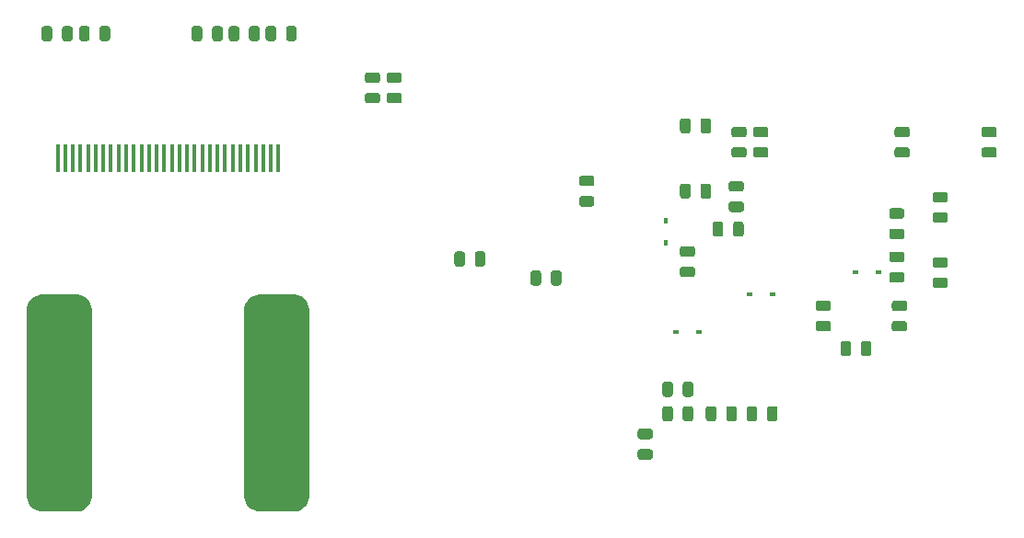
<source format=gbr>
%TF.GenerationSoftware,KiCad,Pcbnew,(5.99.0-3349-gc9824bbd9)*%
%TF.CreationDate,2020-09-17T19:27:59-07:00*%
%TF.ProjectId,Power_Supply,506f7765-725f-4537-9570-706c792e6b69,rev?*%
%TF.SameCoordinates,Original*%
%TF.FileFunction,Paste,Bot*%
%TF.FilePolarity,Positive*%
%FSLAX46Y46*%
G04 Gerber Fmt 4.6, Leading zero omitted, Abs format (unit mm)*
G04 Created by KiCad (PCBNEW (5.99.0-3349-gc9824bbd9)) date 2020-09-17 19:27:59*
%MOMM*%
%LPD*%
G01*
G04 APERTURE LIST*
%ADD10R,0.400000X2.500000*%
%ADD11R,0.600000X0.450000*%
%ADD12R,0.450000X0.600000*%
G04 APERTURE END LIST*
D10*
%TO.C,U10*%
X21850000Y-26500000D03*
X22550000Y-26500000D03*
X23250000Y-26500000D03*
X23950000Y-26500000D03*
X24650000Y-26500000D03*
X25350000Y-26500000D03*
X26050000Y-26500000D03*
X26750000Y-26500000D03*
X27450000Y-26500000D03*
X28150000Y-26500000D03*
X28850000Y-26500000D03*
X29550000Y-26500000D03*
X30250000Y-26500000D03*
X30950000Y-26500000D03*
X31650000Y-26500000D03*
X32350000Y-26500000D03*
X33050000Y-26500000D03*
X33750000Y-26500000D03*
X34450000Y-26500000D03*
X35150000Y-26500000D03*
X35850000Y-26500000D03*
X36550000Y-26500000D03*
X37250000Y-26500000D03*
X37950000Y-26500000D03*
X38650000Y-26500000D03*
X39350000Y-26500000D03*
X40050000Y-26500000D03*
X40750000Y-26500000D03*
X41450000Y-26500000D03*
X42150000Y-26500000D03*
%TD*%
%TO.C,J3*%
G36*
X23742221Y-39009554D02*
G01*
X23978169Y-39067710D01*
X24201732Y-39162961D01*
X24407121Y-39292841D01*
X24589016Y-39453986D01*
X24742706Y-39642222D01*
X24864210Y-39852674D01*
X24950382Y-40079892D01*
X24998990Y-40317990D01*
X25005000Y-40417343D01*
X25005000Y-57561936D01*
X24990446Y-57742221D01*
X24932290Y-57978169D01*
X24837039Y-58201732D01*
X24707159Y-58407121D01*
X24546014Y-58589016D01*
X24357778Y-58742706D01*
X24147326Y-58864210D01*
X23920108Y-58950382D01*
X23682010Y-58998990D01*
X23582657Y-59005000D01*
X20438064Y-59005000D01*
X20257779Y-58990446D01*
X20021831Y-58932290D01*
X19798268Y-58837039D01*
X19592879Y-58707159D01*
X19410984Y-58546014D01*
X19257294Y-58357778D01*
X19135790Y-58147326D01*
X19049618Y-57920108D01*
X19001010Y-57682010D01*
X18995000Y-57582657D01*
X18995000Y-40438064D01*
X19009554Y-40257779D01*
X19067710Y-40021831D01*
X19162961Y-39798268D01*
X19292841Y-39592879D01*
X19453986Y-39410984D01*
X19642222Y-39257294D01*
X19852674Y-39135790D01*
X20079892Y-39049618D01*
X20317990Y-39001010D01*
X20417343Y-38995000D01*
X23561936Y-38995000D01*
X23742221Y-39009554D01*
G37*
%TD*%
%TO.C,J2*%
G36*
X43742221Y-39009554D02*
G01*
X43978169Y-39067710D01*
X44201732Y-39162961D01*
X44407121Y-39292841D01*
X44589016Y-39453986D01*
X44742706Y-39642222D01*
X44864210Y-39852674D01*
X44950382Y-40079892D01*
X44998990Y-40317990D01*
X45005000Y-40417343D01*
X45005000Y-57561936D01*
X44990446Y-57742221D01*
X44932290Y-57978169D01*
X44837039Y-58201732D01*
X44707159Y-58407121D01*
X44546014Y-58589016D01*
X44357778Y-58742706D01*
X44147326Y-58864210D01*
X43920108Y-58950382D01*
X43682010Y-58998990D01*
X43582657Y-59005000D01*
X40438064Y-59005000D01*
X40257779Y-58990446D01*
X40021831Y-58932290D01*
X39798268Y-58837039D01*
X39592879Y-58707159D01*
X39410984Y-58546014D01*
X39257294Y-58357778D01*
X39135790Y-58147326D01*
X39049618Y-57920108D01*
X39001010Y-57682010D01*
X38995000Y-57582657D01*
X38995000Y-40438064D01*
X39009554Y-40257779D01*
X39067710Y-40021831D01*
X39162961Y-39798268D01*
X39292841Y-39592879D01*
X39453986Y-39410984D01*
X39642222Y-39257294D01*
X39852674Y-39135790D01*
X40079892Y-39049618D01*
X40317990Y-39001010D01*
X40417343Y-38995000D01*
X43561936Y-38995000D01*
X43742221Y-39009554D01*
G37*
%TD*%
%TO.C,C32*%
G36*
G01*
X37575000Y-15456250D02*
X37575000Y-14543750D01*
G75*
G02*
X37818750Y-14300000I243750J0D01*
G01*
X38306250Y-14300000D01*
G75*
G02*
X38550000Y-14543750I0J-243750D01*
G01*
X38550000Y-15456250D01*
G75*
G02*
X38306250Y-15700000I-243750J0D01*
G01*
X37818750Y-15700000D01*
G75*
G02*
X37575000Y-15456250I0J243750D01*
G01*
G37*
G36*
G01*
X39450000Y-15456250D02*
X39450000Y-14543750D01*
G75*
G02*
X39693750Y-14300000I243750J0D01*
G01*
X40181250Y-14300000D01*
G75*
G02*
X40425000Y-14543750I0J-243750D01*
G01*
X40425000Y-15456250D01*
G75*
G02*
X40181250Y-15700000I-243750J0D01*
G01*
X39693750Y-15700000D01*
G75*
G02*
X39450000Y-15456250I0J243750D01*
G01*
G37*
%TD*%
D11*
%TO.C,D6*%
X78700000Y-42500000D03*
X80800000Y-42500000D03*
%TD*%
%TO.C,R14*%
G36*
G01*
X53256250Y-21425000D02*
X52343750Y-21425000D01*
G75*
G02*
X52100000Y-21181250I0J243750D01*
G01*
X52100000Y-20693750D01*
G75*
G02*
X52343750Y-20450000I243750J0D01*
G01*
X53256250Y-20450000D01*
G75*
G02*
X53500000Y-20693750I0J-243750D01*
G01*
X53500000Y-21181250D01*
G75*
G02*
X53256250Y-21425000I-243750J0D01*
G01*
G37*
G36*
G01*
X53256250Y-19550000D02*
X52343750Y-19550000D01*
G75*
G02*
X52100000Y-19306250I0J243750D01*
G01*
X52100000Y-18818750D01*
G75*
G02*
X52343750Y-18575000I243750J0D01*
G01*
X53256250Y-18575000D01*
G75*
G02*
X53500000Y-18818750I0J-243750D01*
G01*
X53500000Y-19306250D01*
G75*
G02*
X53256250Y-19550000I-243750J0D01*
G01*
G37*
%TD*%
%TO.C,C3*%
G36*
G01*
X96675000Y-43543750D02*
X96675000Y-44456250D01*
G75*
G02*
X96431250Y-44700000I-243750J0D01*
G01*
X95943750Y-44700000D01*
G75*
G02*
X95700000Y-44456250I0J243750D01*
G01*
X95700000Y-43543750D01*
G75*
G02*
X95943750Y-43300000I243750J0D01*
G01*
X96431250Y-43300000D01*
G75*
G02*
X96675000Y-43543750I0J-243750D01*
G01*
G37*
G36*
G01*
X94800000Y-43543750D02*
X94800000Y-44456250D01*
G75*
G02*
X94556250Y-44700000I-243750J0D01*
G01*
X94068750Y-44700000D01*
G75*
G02*
X93825000Y-44456250I0J243750D01*
G01*
X93825000Y-43543750D01*
G75*
G02*
X94068750Y-43300000I243750J0D01*
G01*
X94556250Y-43300000D01*
G75*
G02*
X94800000Y-43543750I0J-243750D01*
G01*
G37*
%TD*%
%TO.C,C8*%
G36*
G01*
X81445000Y-50456250D02*
X81445000Y-49543750D01*
G75*
G02*
X81688750Y-49300000I243750J0D01*
G01*
X82176250Y-49300000D01*
G75*
G02*
X82420000Y-49543750I0J-243750D01*
G01*
X82420000Y-50456250D01*
G75*
G02*
X82176250Y-50700000I-243750J0D01*
G01*
X81688750Y-50700000D01*
G75*
G02*
X81445000Y-50456250I0J243750D01*
G01*
G37*
G36*
G01*
X83320000Y-50456250D02*
X83320000Y-49543750D01*
G75*
G02*
X83563750Y-49300000I243750J0D01*
G01*
X84051250Y-49300000D01*
G75*
G02*
X84295000Y-49543750I0J-243750D01*
G01*
X84295000Y-50456250D01*
G75*
G02*
X84051250Y-50700000I-243750J0D01*
G01*
X83563750Y-50700000D01*
G75*
G02*
X83320000Y-50456250I0J243750D01*
G01*
G37*
%TD*%
%TO.C,C2*%
G36*
G01*
X98543750Y-31075000D02*
X99456250Y-31075000D01*
G75*
G02*
X99700000Y-31318750I0J-243750D01*
G01*
X99700000Y-31806250D01*
G75*
G02*
X99456250Y-32050000I-243750J0D01*
G01*
X98543750Y-32050000D01*
G75*
G02*
X98300000Y-31806250I0J243750D01*
G01*
X98300000Y-31318750D01*
G75*
G02*
X98543750Y-31075000I243750J0D01*
G01*
G37*
G36*
G01*
X98543750Y-32950000D02*
X99456250Y-32950000D01*
G75*
G02*
X99700000Y-33193750I0J-243750D01*
G01*
X99700000Y-33681250D01*
G75*
G02*
X99456250Y-33925000I-243750J0D01*
G01*
X98543750Y-33925000D01*
G75*
G02*
X98300000Y-33681250I0J243750D01*
G01*
X98300000Y-33193750D01*
G75*
G02*
X98543750Y-32950000I243750J0D01*
G01*
G37*
%TD*%
%TO.C,R11*%
G36*
G01*
X102543750Y-29575000D02*
X103456250Y-29575000D01*
G75*
G02*
X103700000Y-29818750I0J-243750D01*
G01*
X103700000Y-30306250D01*
G75*
G02*
X103456250Y-30550000I-243750J0D01*
G01*
X102543750Y-30550000D01*
G75*
G02*
X102300000Y-30306250I0J243750D01*
G01*
X102300000Y-29818750D01*
G75*
G02*
X102543750Y-29575000I243750J0D01*
G01*
G37*
G36*
G01*
X102543750Y-31450000D02*
X103456250Y-31450000D01*
G75*
G02*
X103700000Y-31693750I0J-243750D01*
G01*
X103700000Y-32181250D01*
G75*
G02*
X103456250Y-32425000I-243750J0D01*
G01*
X102543750Y-32425000D01*
G75*
G02*
X102300000Y-32181250I0J243750D01*
G01*
X102300000Y-31693750D01*
G75*
G02*
X102543750Y-31450000I243750J0D01*
G01*
G37*
%TD*%
%TO.C,D8*%
X95200000Y-37000000D03*
X97300000Y-37000000D03*
%TD*%
%TO.C,R4*%
G36*
G01*
X103456250Y-38425000D02*
X102543750Y-38425000D01*
G75*
G02*
X102300000Y-38181250I0J243750D01*
G01*
X102300000Y-37693750D01*
G75*
G02*
X102543750Y-37450000I243750J0D01*
G01*
X103456250Y-37450000D01*
G75*
G02*
X103700000Y-37693750I0J-243750D01*
G01*
X103700000Y-38181250D01*
G75*
G02*
X103456250Y-38425000I-243750J0D01*
G01*
G37*
G36*
G01*
X103456250Y-36550000D02*
X102543750Y-36550000D01*
G75*
G02*
X102300000Y-36306250I0J243750D01*
G01*
X102300000Y-35818750D01*
G75*
G02*
X102543750Y-35575000I243750J0D01*
G01*
X103456250Y-35575000D01*
G75*
G02*
X103700000Y-35818750I0J-243750D01*
G01*
X103700000Y-36306250D01*
G75*
G02*
X103456250Y-36550000I-243750J0D01*
G01*
G37*
%TD*%
%TO.C,C34*%
G36*
G01*
X43825000Y-14543750D02*
X43825000Y-15456250D01*
G75*
G02*
X43581250Y-15700000I-243750J0D01*
G01*
X43093750Y-15700000D01*
G75*
G02*
X42850000Y-15456250I0J243750D01*
G01*
X42850000Y-14543750D01*
G75*
G02*
X43093750Y-14300000I243750J0D01*
G01*
X43581250Y-14300000D01*
G75*
G02*
X43825000Y-14543750I0J-243750D01*
G01*
G37*
G36*
G01*
X41950000Y-14543750D02*
X41950000Y-15456250D01*
G75*
G02*
X41706250Y-15700000I-243750J0D01*
G01*
X41218750Y-15700000D01*
G75*
G02*
X40975000Y-15456250I0J243750D01*
G01*
X40975000Y-14543750D01*
G75*
G02*
X41218750Y-14300000I243750J0D01*
G01*
X41706250Y-14300000D01*
G75*
G02*
X41950000Y-14543750I0J-243750D01*
G01*
G37*
%TD*%
%TO.C,R25*%
G36*
G01*
X58325000Y-36206250D02*
X58325000Y-35293750D01*
G75*
G02*
X58568750Y-35050000I243750J0D01*
G01*
X59056250Y-35050000D01*
G75*
G02*
X59300000Y-35293750I0J-243750D01*
G01*
X59300000Y-36206250D01*
G75*
G02*
X59056250Y-36450000I-243750J0D01*
G01*
X58568750Y-36450000D01*
G75*
G02*
X58325000Y-36206250I0J243750D01*
G01*
G37*
G36*
G01*
X60200000Y-36206250D02*
X60200000Y-35293750D01*
G75*
G02*
X60443750Y-35050000I243750J0D01*
G01*
X60931250Y-35050000D01*
G75*
G02*
X61175000Y-35293750I0J-243750D01*
G01*
X61175000Y-36206250D01*
G75*
G02*
X60931250Y-36450000I-243750J0D01*
G01*
X60443750Y-36450000D01*
G75*
G02*
X60200000Y-36206250I0J243750D01*
G01*
G37*
%TD*%
%TO.C,D5*%
X85450000Y-39000000D03*
X87550000Y-39000000D03*
%TD*%
%TO.C,C15*%
G36*
G01*
X79293750Y-34575000D02*
X80206250Y-34575000D01*
G75*
G02*
X80450000Y-34818750I0J-243750D01*
G01*
X80450000Y-35306250D01*
G75*
G02*
X80206250Y-35550000I-243750J0D01*
G01*
X79293750Y-35550000D01*
G75*
G02*
X79050000Y-35306250I0J243750D01*
G01*
X79050000Y-34818750D01*
G75*
G02*
X79293750Y-34575000I243750J0D01*
G01*
G37*
G36*
G01*
X79293750Y-36450000D02*
X80206250Y-36450000D01*
G75*
G02*
X80450000Y-36693750I0J-243750D01*
G01*
X80450000Y-37181250D01*
G75*
G02*
X80206250Y-37425000I-243750J0D01*
G01*
X79293750Y-37425000D01*
G75*
G02*
X79050000Y-37181250I0J243750D01*
G01*
X79050000Y-36693750D01*
G75*
G02*
X79293750Y-36450000I243750J0D01*
G01*
G37*
%TD*%
%TO.C,C31*%
G36*
G01*
X23825000Y-15456250D02*
X23825000Y-14543750D01*
G75*
G02*
X24068750Y-14300000I243750J0D01*
G01*
X24556250Y-14300000D01*
G75*
G02*
X24800000Y-14543750I0J-243750D01*
G01*
X24800000Y-15456250D01*
G75*
G02*
X24556250Y-15700000I-243750J0D01*
G01*
X24068750Y-15700000D01*
G75*
G02*
X23825000Y-15456250I0J243750D01*
G01*
G37*
G36*
G01*
X25700000Y-15456250D02*
X25700000Y-14543750D01*
G75*
G02*
X25943750Y-14300000I243750J0D01*
G01*
X26431250Y-14300000D01*
G75*
G02*
X26675000Y-14543750I0J-243750D01*
G01*
X26675000Y-15456250D01*
G75*
G02*
X26431250Y-15700000I-243750J0D01*
G01*
X25943750Y-15700000D01*
G75*
G02*
X25700000Y-15456250I0J243750D01*
G01*
G37*
%TD*%
%TO.C,C10*%
G36*
G01*
X99456250Y-37925000D02*
X98543750Y-37925000D01*
G75*
G02*
X98300000Y-37681250I0J243750D01*
G01*
X98300000Y-37193750D01*
G75*
G02*
X98543750Y-36950000I243750J0D01*
G01*
X99456250Y-36950000D01*
G75*
G02*
X99700000Y-37193750I0J-243750D01*
G01*
X99700000Y-37681250D01*
G75*
G02*
X99456250Y-37925000I-243750J0D01*
G01*
G37*
G36*
G01*
X99456250Y-36050000D02*
X98543750Y-36050000D01*
G75*
G02*
X98300000Y-35806250I0J243750D01*
G01*
X98300000Y-35318750D01*
G75*
G02*
X98543750Y-35075000I243750J0D01*
G01*
X99456250Y-35075000D01*
G75*
G02*
X99700000Y-35318750I0J-243750D01*
G01*
X99700000Y-35806250D01*
G75*
G02*
X99456250Y-36050000I-243750J0D01*
G01*
G37*
%TD*%
%TO.C,R5*%
G36*
G01*
X51256250Y-21425000D02*
X50343750Y-21425000D01*
G75*
G02*
X50100000Y-21181250I0J243750D01*
G01*
X50100000Y-20693750D01*
G75*
G02*
X50343750Y-20450000I243750J0D01*
G01*
X51256250Y-20450000D01*
G75*
G02*
X51500000Y-20693750I0J-243750D01*
G01*
X51500000Y-21181250D01*
G75*
G02*
X51256250Y-21425000I-243750J0D01*
G01*
G37*
G36*
G01*
X51256250Y-19550000D02*
X50343750Y-19550000D01*
G75*
G02*
X50100000Y-19306250I0J243750D01*
G01*
X50100000Y-18818750D01*
G75*
G02*
X50343750Y-18575000I243750J0D01*
G01*
X51256250Y-18575000D01*
G75*
G02*
X51500000Y-18818750I0J-243750D01*
G01*
X51500000Y-19306250D01*
G75*
G02*
X51256250Y-19550000I-243750J0D01*
G01*
G37*
%TD*%
%TO.C,C14*%
G36*
G01*
X75413750Y-51375000D02*
X76326250Y-51375000D01*
G75*
G02*
X76570000Y-51618750I0J-243750D01*
G01*
X76570000Y-52106250D01*
G75*
G02*
X76326250Y-52350000I-243750J0D01*
G01*
X75413750Y-52350000D01*
G75*
G02*
X75170000Y-52106250I0J243750D01*
G01*
X75170000Y-51618750D01*
G75*
G02*
X75413750Y-51375000I243750J0D01*
G01*
G37*
G36*
G01*
X75413750Y-53250000D02*
X76326250Y-53250000D01*
G75*
G02*
X76570000Y-53493750I0J-243750D01*
G01*
X76570000Y-53981250D01*
G75*
G02*
X76326250Y-54225000I-243750J0D01*
G01*
X75413750Y-54225000D01*
G75*
G02*
X75170000Y-53981250I0J243750D01*
G01*
X75170000Y-53493750D01*
G75*
G02*
X75413750Y-53250000I243750J0D01*
G01*
G37*
%TD*%
%TO.C,R2*%
G36*
G01*
X107043750Y-23575000D02*
X107956250Y-23575000D01*
G75*
G02*
X108200000Y-23818750I0J-243750D01*
G01*
X108200000Y-24306250D01*
G75*
G02*
X107956250Y-24550000I-243750J0D01*
G01*
X107043750Y-24550000D01*
G75*
G02*
X106800000Y-24306250I0J243750D01*
G01*
X106800000Y-23818750D01*
G75*
G02*
X107043750Y-23575000I243750J0D01*
G01*
G37*
G36*
G01*
X107043750Y-25450000D02*
X107956250Y-25450000D01*
G75*
G02*
X108200000Y-25693750I0J-243750D01*
G01*
X108200000Y-26181250D01*
G75*
G02*
X107956250Y-26425000I-243750J0D01*
G01*
X107043750Y-26425000D01*
G75*
G02*
X106800000Y-26181250I0J243750D01*
G01*
X106800000Y-25693750D01*
G75*
G02*
X107043750Y-25450000I243750J0D01*
G01*
G37*
%TD*%
%TO.C,R3*%
G36*
G01*
X99706250Y-42425000D02*
X98793750Y-42425000D01*
G75*
G02*
X98550000Y-42181250I0J243750D01*
G01*
X98550000Y-41693750D01*
G75*
G02*
X98793750Y-41450000I243750J0D01*
G01*
X99706250Y-41450000D01*
G75*
G02*
X99950000Y-41693750I0J-243750D01*
G01*
X99950000Y-42181250D01*
G75*
G02*
X99706250Y-42425000I-243750J0D01*
G01*
G37*
G36*
G01*
X99706250Y-40550000D02*
X98793750Y-40550000D01*
G75*
G02*
X98550000Y-40306250I0J243750D01*
G01*
X98550000Y-39818750D01*
G75*
G02*
X98793750Y-39575000I243750J0D01*
G01*
X99706250Y-39575000D01*
G75*
G02*
X99950000Y-39818750I0J-243750D01*
G01*
X99950000Y-40306250D01*
G75*
G02*
X99706250Y-40550000I-243750J0D01*
G01*
G37*
%TD*%
%TO.C,R12*%
G36*
G01*
X85195000Y-50456250D02*
X85195000Y-49543750D01*
G75*
G02*
X85438750Y-49300000I243750J0D01*
G01*
X85926250Y-49300000D01*
G75*
G02*
X86170000Y-49543750I0J-243750D01*
G01*
X86170000Y-50456250D01*
G75*
G02*
X85926250Y-50700000I-243750J0D01*
G01*
X85438750Y-50700000D01*
G75*
G02*
X85195000Y-50456250I0J243750D01*
G01*
G37*
G36*
G01*
X87070000Y-50456250D02*
X87070000Y-49543750D01*
G75*
G02*
X87313750Y-49300000I243750J0D01*
G01*
X87801250Y-49300000D01*
G75*
G02*
X88045000Y-49543750I0J-243750D01*
G01*
X88045000Y-50456250D01*
G75*
G02*
X87801250Y-50700000I-243750J0D01*
G01*
X87313750Y-50700000D01*
G75*
G02*
X87070000Y-50456250I0J243750D01*
G01*
G37*
%TD*%
%TO.C,C33*%
G36*
G01*
X23225000Y-14543750D02*
X23225000Y-15456250D01*
G75*
G02*
X22981250Y-15700000I-243750J0D01*
G01*
X22493750Y-15700000D01*
G75*
G02*
X22250000Y-15456250I0J243750D01*
G01*
X22250000Y-14543750D01*
G75*
G02*
X22493750Y-14300000I243750J0D01*
G01*
X22981250Y-14300000D01*
G75*
G02*
X23225000Y-14543750I0J-243750D01*
G01*
G37*
G36*
G01*
X21350000Y-14543750D02*
X21350000Y-15456250D01*
G75*
G02*
X21106250Y-15700000I-243750J0D01*
G01*
X20618750Y-15700000D01*
G75*
G02*
X20375000Y-15456250I0J243750D01*
G01*
X20375000Y-14543750D01*
G75*
G02*
X20618750Y-14300000I243750J0D01*
G01*
X21106250Y-14300000D01*
G75*
G02*
X21350000Y-14543750I0J-243750D01*
G01*
G37*
%TD*%
%TO.C,C22*%
G36*
G01*
X86043750Y-23575000D02*
X86956250Y-23575000D01*
G75*
G02*
X87200000Y-23818750I0J-243750D01*
G01*
X87200000Y-24306250D01*
G75*
G02*
X86956250Y-24550000I-243750J0D01*
G01*
X86043750Y-24550000D01*
G75*
G02*
X85800000Y-24306250I0J243750D01*
G01*
X85800000Y-23818750D01*
G75*
G02*
X86043750Y-23575000I243750J0D01*
G01*
G37*
G36*
G01*
X86043750Y-25450000D02*
X86956250Y-25450000D01*
G75*
G02*
X87200000Y-25693750I0J-243750D01*
G01*
X87200000Y-26181250D01*
G75*
G02*
X86956250Y-26425000I-243750J0D01*
G01*
X86043750Y-26425000D01*
G75*
G02*
X85800000Y-26181250I0J243750D01*
G01*
X85800000Y-25693750D01*
G75*
G02*
X86043750Y-25450000I243750J0D01*
G01*
G37*
%TD*%
%TO.C,C13*%
G36*
G01*
X77445000Y-50456250D02*
X77445000Y-49543750D01*
G75*
G02*
X77688750Y-49300000I243750J0D01*
G01*
X78176250Y-49300000D01*
G75*
G02*
X78420000Y-49543750I0J-243750D01*
G01*
X78420000Y-50456250D01*
G75*
G02*
X78176250Y-50700000I-243750J0D01*
G01*
X77688750Y-50700000D01*
G75*
G02*
X77445000Y-50456250I0J243750D01*
G01*
G37*
G36*
G01*
X79320000Y-50456250D02*
X79320000Y-49543750D01*
G75*
G02*
X79563750Y-49300000I243750J0D01*
G01*
X80051250Y-49300000D01*
G75*
G02*
X80295000Y-49543750I0J-243750D01*
G01*
X80295000Y-50456250D01*
G75*
G02*
X80051250Y-50700000I-243750J0D01*
G01*
X79563750Y-50700000D01*
G75*
G02*
X79320000Y-50456250I0J243750D01*
G01*
G37*
%TD*%
%TO.C,R1*%
G36*
G01*
X99043750Y-23575000D02*
X99956250Y-23575000D01*
G75*
G02*
X100200000Y-23818750I0J-243750D01*
G01*
X100200000Y-24306250D01*
G75*
G02*
X99956250Y-24550000I-243750J0D01*
G01*
X99043750Y-24550000D01*
G75*
G02*
X98800000Y-24306250I0J243750D01*
G01*
X98800000Y-23818750D01*
G75*
G02*
X99043750Y-23575000I243750J0D01*
G01*
G37*
G36*
G01*
X99043750Y-25450000D02*
X99956250Y-25450000D01*
G75*
G02*
X100200000Y-25693750I0J-243750D01*
G01*
X100200000Y-26181250D01*
G75*
G02*
X99956250Y-26425000I-243750J0D01*
G01*
X99043750Y-26425000D01*
G75*
G02*
X98800000Y-26181250I0J243750D01*
G01*
X98800000Y-25693750D01*
G75*
G02*
X99043750Y-25450000I243750J0D01*
G01*
G37*
%TD*%
%TO.C,C21*%
G36*
G01*
X70956250Y-30925000D02*
X70043750Y-30925000D01*
G75*
G02*
X69800000Y-30681250I0J243750D01*
G01*
X69800000Y-30193750D01*
G75*
G02*
X70043750Y-29950000I243750J0D01*
G01*
X70956250Y-29950000D01*
G75*
G02*
X71200000Y-30193750I0J-243750D01*
G01*
X71200000Y-30681250D01*
G75*
G02*
X70956250Y-30925000I-243750J0D01*
G01*
G37*
G36*
G01*
X70956250Y-29050000D02*
X70043750Y-29050000D01*
G75*
G02*
X69800000Y-28806250I0J243750D01*
G01*
X69800000Y-28318750D01*
G75*
G02*
X70043750Y-28075000I243750J0D01*
G01*
X70956250Y-28075000D01*
G75*
G02*
X71200000Y-28318750I0J-243750D01*
G01*
X71200000Y-28806250D01*
G75*
G02*
X70956250Y-29050000I-243750J0D01*
G01*
G37*
%TD*%
%TO.C,C19*%
G36*
G01*
X68175000Y-37043750D02*
X68175000Y-37956250D01*
G75*
G02*
X67931250Y-38200000I-243750J0D01*
G01*
X67443750Y-38200000D01*
G75*
G02*
X67200000Y-37956250I0J243750D01*
G01*
X67200000Y-37043750D01*
G75*
G02*
X67443750Y-36800000I243750J0D01*
G01*
X67931250Y-36800000D01*
G75*
G02*
X68175000Y-37043750I0J-243750D01*
G01*
G37*
G36*
G01*
X66300000Y-37043750D02*
X66300000Y-37956250D01*
G75*
G02*
X66056250Y-38200000I-243750J0D01*
G01*
X65568750Y-38200000D01*
G75*
G02*
X65325000Y-37956250I0J243750D01*
G01*
X65325000Y-37043750D01*
G75*
G02*
X65568750Y-36800000I243750J0D01*
G01*
X66056250Y-36800000D01*
G75*
G02*
X66300000Y-37043750I0J-243750D01*
G01*
G37*
%TD*%
%TO.C,C24*%
G36*
G01*
X81925000Y-23043750D02*
X81925000Y-23956250D01*
G75*
G02*
X81681250Y-24200000I-243750J0D01*
G01*
X81193750Y-24200000D01*
G75*
G02*
X80950000Y-23956250I0J243750D01*
G01*
X80950000Y-23043750D01*
G75*
G02*
X81193750Y-22800000I243750J0D01*
G01*
X81681250Y-22800000D01*
G75*
G02*
X81925000Y-23043750I0J-243750D01*
G01*
G37*
G36*
G01*
X80050000Y-23043750D02*
X80050000Y-23956250D01*
G75*
G02*
X79806250Y-24200000I-243750J0D01*
G01*
X79318750Y-24200000D01*
G75*
G02*
X79075000Y-23956250I0J243750D01*
G01*
X79075000Y-23043750D01*
G75*
G02*
X79318750Y-22800000I243750J0D01*
G01*
X79806250Y-22800000D01*
G75*
G02*
X80050000Y-23043750I0J-243750D01*
G01*
G37*
%TD*%
D12*
%TO.C,D7*%
X77750000Y-32200000D03*
X77750000Y-34300000D03*
%TD*%
%TO.C,R15*%
G36*
G01*
X34175000Y-15456250D02*
X34175000Y-14543750D01*
G75*
G02*
X34418750Y-14300000I243750J0D01*
G01*
X34906250Y-14300000D01*
G75*
G02*
X35150000Y-14543750I0J-243750D01*
G01*
X35150000Y-15456250D01*
G75*
G02*
X34906250Y-15700000I-243750J0D01*
G01*
X34418750Y-15700000D01*
G75*
G02*
X34175000Y-15456250I0J243750D01*
G01*
G37*
G36*
G01*
X36050000Y-15456250D02*
X36050000Y-14543750D01*
G75*
G02*
X36293750Y-14300000I243750J0D01*
G01*
X36781250Y-14300000D01*
G75*
G02*
X37025000Y-14543750I0J-243750D01*
G01*
X37025000Y-15456250D01*
G75*
G02*
X36781250Y-15700000I-243750J0D01*
G01*
X36293750Y-15700000D01*
G75*
G02*
X36050000Y-15456250I0J243750D01*
G01*
G37*
%TD*%
%TO.C,R7*%
G36*
G01*
X80295000Y-47293750D02*
X80295000Y-48206250D01*
G75*
G02*
X80051250Y-48450000I-243750J0D01*
G01*
X79563750Y-48450000D01*
G75*
G02*
X79320000Y-48206250I0J243750D01*
G01*
X79320000Y-47293750D01*
G75*
G02*
X79563750Y-47050000I243750J0D01*
G01*
X80051250Y-47050000D01*
G75*
G02*
X80295000Y-47293750I0J-243750D01*
G01*
G37*
G36*
G01*
X78420000Y-47293750D02*
X78420000Y-48206250D01*
G75*
G02*
X78176250Y-48450000I-243750J0D01*
G01*
X77688750Y-48450000D01*
G75*
G02*
X77445000Y-48206250I0J243750D01*
G01*
X77445000Y-47293750D01*
G75*
G02*
X77688750Y-47050000I243750J0D01*
G01*
X78176250Y-47050000D01*
G75*
G02*
X78420000Y-47293750I0J-243750D01*
G01*
G37*
%TD*%
%TO.C,C26*%
G36*
G01*
X79075000Y-29956250D02*
X79075000Y-29043750D01*
G75*
G02*
X79318750Y-28800000I243750J0D01*
G01*
X79806250Y-28800000D01*
G75*
G02*
X80050000Y-29043750I0J-243750D01*
G01*
X80050000Y-29956250D01*
G75*
G02*
X79806250Y-30200000I-243750J0D01*
G01*
X79318750Y-30200000D01*
G75*
G02*
X79075000Y-29956250I0J243750D01*
G01*
G37*
G36*
G01*
X80950000Y-29956250D02*
X80950000Y-29043750D01*
G75*
G02*
X81193750Y-28800000I243750J0D01*
G01*
X81681250Y-28800000D01*
G75*
G02*
X81925000Y-29043750I0J-243750D01*
G01*
X81925000Y-29956250D01*
G75*
G02*
X81681250Y-30200000I-243750J0D01*
G01*
X81193750Y-30200000D01*
G75*
G02*
X80950000Y-29956250I0J243750D01*
G01*
G37*
%TD*%
%TO.C,C17*%
G36*
G01*
X82075000Y-33456250D02*
X82075000Y-32543750D01*
G75*
G02*
X82318750Y-32300000I243750J0D01*
G01*
X82806250Y-32300000D01*
G75*
G02*
X83050000Y-32543750I0J-243750D01*
G01*
X83050000Y-33456250D01*
G75*
G02*
X82806250Y-33700000I-243750J0D01*
G01*
X82318750Y-33700000D01*
G75*
G02*
X82075000Y-33456250I0J243750D01*
G01*
G37*
G36*
G01*
X83950000Y-33456250D02*
X83950000Y-32543750D01*
G75*
G02*
X84193750Y-32300000I243750J0D01*
G01*
X84681250Y-32300000D01*
G75*
G02*
X84925000Y-32543750I0J-243750D01*
G01*
X84925000Y-33456250D01*
G75*
G02*
X84681250Y-33700000I-243750J0D01*
G01*
X84193750Y-33700000D01*
G75*
G02*
X83950000Y-33456250I0J243750D01*
G01*
G37*
%TD*%
%TO.C,C11*%
G36*
G01*
X92706250Y-42425000D02*
X91793750Y-42425000D01*
G75*
G02*
X91550000Y-42181250I0J243750D01*
G01*
X91550000Y-41693750D01*
G75*
G02*
X91793750Y-41450000I243750J0D01*
G01*
X92706250Y-41450000D01*
G75*
G02*
X92950000Y-41693750I0J-243750D01*
G01*
X92950000Y-42181250D01*
G75*
G02*
X92706250Y-42425000I-243750J0D01*
G01*
G37*
G36*
G01*
X92706250Y-40550000D02*
X91793750Y-40550000D01*
G75*
G02*
X91550000Y-40306250I0J243750D01*
G01*
X91550000Y-39818750D01*
G75*
G02*
X91793750Y-39575000I243750J0D01*
G01*
X92706250Y-39575000D01*
G75*
G02*
X92950000Y-39818750I0J-243750D01*
G01*
X92950000Y-40306250D01*
G75*
G02*
X92706250Y-40550000I-243750J0D01*
G01*
G37*
%TD*%
%TO.C,C23*%
G36*
G01*
X84956250Y-26425000D02*
X84043750Y-26425000D01*
G75*
G02*
X83800000Y-26181250I0J243750D01*
G01*
X83800000Y-25693750D01*
G75*
G02*
X84043750Y-25450000I243750J0D01*
G01*
X84956250Y-25450000D01*
G75*
G02*
X85200000Y-25693750I0J-243750D01*
G01*
X85200000Y-26181250D01*
G75*
G02*
X84956250Y-26425000I-243750J0D01*
G01*
G37*
G36*
G01*
X84956250Y-24550000D02*
X84043750Y-24550000D01*
G75*
G02*
X83800000Y-24306250I0J243750D01*
G01*
X83800000Y-23818750D01*
G75*
G02*
X84043750Y-23575000I243750J0D01*
G01*
X84956250Y-23575000D01*
G75*
G02*
X85200000Y-23818750I0J-243750D01*
G01*
X85200000Y-24306250D01*
G75*
G02*
X84956250Y-24550000I-243750J0D01*
G01*
G37*
%TD*%
%TO.C,C9*%
G36*
G01*
X83793750Y-28575000D02*
X84706250Y-28575000D01*
G75*
G02*
X84950000Y-28818750I0J-243750D01*
G01*
X84950000Y-29306250D01*
G75*
G02*
X84706250Y-29550000I-243750J0D01*
G01*
X83793750Y-29550000D01*
G75*
G02*
X83550000Y-29306250I0J243750D01*
G01*
X83550000Y-28818750D01*
G75*
G02*
X83793750Y-28575000I243750J0D01*
G01*
G37*
G36*
G01*
X83793750Y-30450000D02*
X84706250Y-30450000D01*
G75*
G02*
X84950000Y-30693750I0J-243750D01*
G01*
X84950000Y-31181250D01*
G75*
G02*
X84706250Y-31425000I-243750J0D01*
G01*
X83793750Y-31425000D01*
G75*
G02*
X83550000Y-31181250I0J243750D01*
G01*
X83550000Y-30693750D01*
G75*
G02*
X83793750Y-30450000I243750J0D01*
G01*
G37*
%TD*%
M02*

</source>
